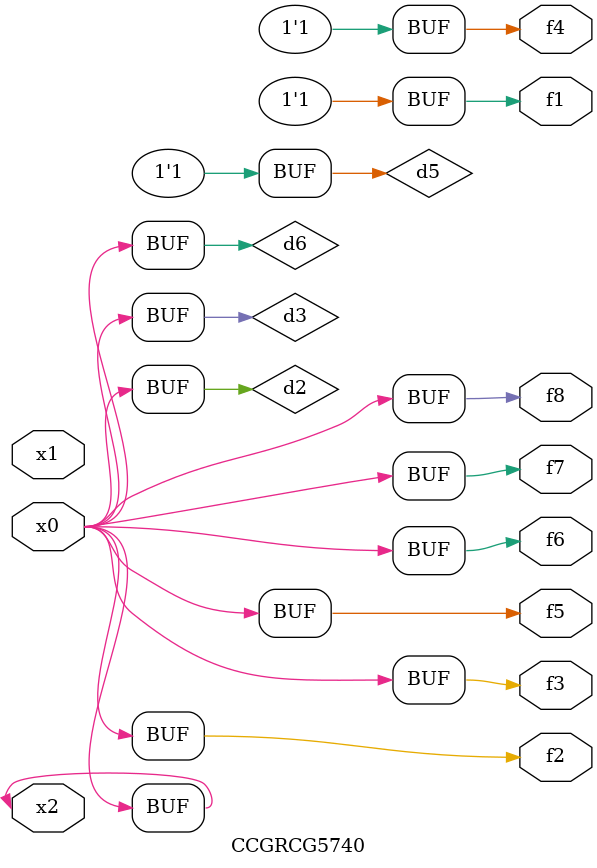
<source format=v>
module CCGRCG5740(
	input x0, x1, x2,
	output f1, f2, f3, f4, f5, f6, f7, f8
);

	wire d1, d2, d3, d4, d5, d6;

	xnor (d1, x2);
	buf (d2, x0, x2);
	and (d3, x0);
	xnor (d4, x1, x2);
	nand (d5, d1, d3);
	buf (d6, d2, d3);
	assign f1 = d5;
	assign f2 = d6;
	assign f3 = d6;
	assign f4 = d5;
	assign f5 = d6;
	assign f6 = d6;
	assign f7 = d6;
	assign f8 = d6;
endmodule

</source>
